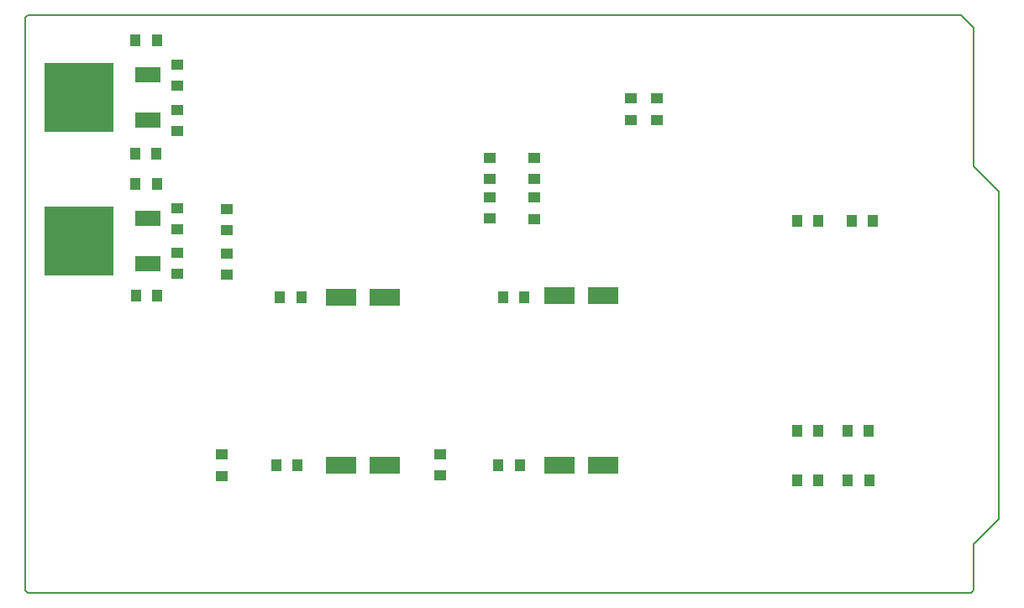
<source format=gbr>
G04 PROTEUS GERBER X2 FILE*
%TF.GenerationSoftware,Labcenter,Proteus,8.6-SP2-Build23525*%
%TF.CreationDate,2019-07-10T19:11:28+00:00*%
%TF.FileFunction,Paste,Top*%
%TF.FilePolarity,Positive*%
%TF.Part,Single*%
%FSLAX45Y45*%
%MOMM*%
G01*
%TA.AperFunction,Material*%
%ADD49R,1.270000X1.016000*%
%ADD50R,3.048000X1.651000*%
%ADD51R,1.016000X1.270000*%
%TA.AperFunction,Material*%
%ADD52R,6.985000X6.985000*%
%ADD53R,2.540000X1.524000*%
%TA.AperFunction,Profile*%
%ADD29C,0.203200*%
%TD.AperFunction*%
D49*
X-4970000Y+6100000D03*
X-4970000Y+5886640D03*
X-5230000Y+6100000D03*
X-5230000Y+5886640D03*
D50*
X-5950000Y+4110000D03*
X-5505500Y+4110000D03*
D51*
X-6300000Y+4100000D03*
X-6513360Y+4100000D03*
D49*
X-6650000Y+5103360D03*
X-6650000Y+4890000D03*
X-6200000Y+5100000D03*
X-6200000Y+4886640D03*
X-7150000Y+2513360D03*
X-7150000Y+2300000D03*
X-9350000Y+2510000D03*
X-9350000Y+2296640D03*
D51*
X-8586640Y+2400000D03*
X-8800000Y+2400000D03*
X-6350000Y+2400000D03*
X-6563360Y+2400000D03*
D50*
X-8150000Y+2400000D03*
X-7705500Y+2400000D03*
X-5950000Y+2400000D03*
X-5505500Y+2400000D03*
D51*
X-3340000Y+4870000D03*
X-3553360Y+4870000D03*
D49*
X-6650000Y+5290000D03*
X-6650000Y+5503360D03*
X-6200000Y+5286640D03*
X-6200000Y+5500000D03*
X-9300000Y+4540000D03*
X-9300000Y+4326640D03*
D51*
X-3003360Y+4870000D03*
X-2790000Y+4870000D03*
D49*
X-9300000Y+4770000D03*
X-9300000Y+4983360D03*
D51*
X-3340000Y+2750000D03*
X-3553360Y+2750000D03*
X-3340000Y+2250000D03*
X-3553360Y+2250000D03*
X-3040000Y+2250000D03*
X-2826640Y+2250000D03*
X-3043360Y+2750000D03*
X-2830000Y+2750000D03*
X-10220000Y+6683360D03*
X-10006640Y+6683360D03*
D52*
X-10790880Y+4663360D03*
D53*
X-10100000Y+4434760D03*
X-10100000Y+4891960D03*
D52*
X-10790880Y+6113360D03*
D53*
X-10100000Y+5884760D03*
X-10100000Y+6341960D03*
D51*
X-10220000Y+5243360D03*
X-10006640Y+5243360D03*
D49*
X-9800000Y+4996720D03*
X-9800000Y+4783360D03*
D51*
X-10223360Y+5543360D03*
X-10010000Y+5543360D03*
D49*
X-9800000Y+5986720D03*
X-9800000Y+5773360D03*
X-9800000Y+4543360D03*
X-9800000Y+4330000D03*
D51*
X-10213360Y+4113360D03*
X-10000000Y+4113360D03*
D49*
X-9800000Y+6230000D03*
X-9800000Y+6443360D03*
D51*
X-8550000Y+4100000D03*
X-8763360Y+4100000D03*
D50*
X-8150000Y+4100000D03*
X-7705500Y+4100000D03*
D29*
X-11303600Y+6940000D02*
X-1902000Y+6940000D01*
X-1800400Y+1120000D02*
X-11303600Y+1120000D01*
X-1902000Y+6940000D02*
X-1775000Y+6813000D01*
X-1775000Y+5420000D02*
X-1521000Y+5166000D01*
X-1521000Y+1864000D01*
X-1775000Y+1610000D02*
X-1521000Y+1864000D01*
X-1775000Y+6813000D02*
X-1775000Y+5420000D01*
X-1775000Y+1610000D02*
X-1775000Y+1150000D01*
X-1775000Y+1145400D02*
X-1800400Y+1120000D01*
X-11330959Y+6914600D02*
X-11330959Y+1150000D01*
X-11305559Y+6940000D02*
X-11330959Y+6914600D01*
X-11330959Y+1145400D02*
X-11305559Y+1120000D01*
M02*

</source>
